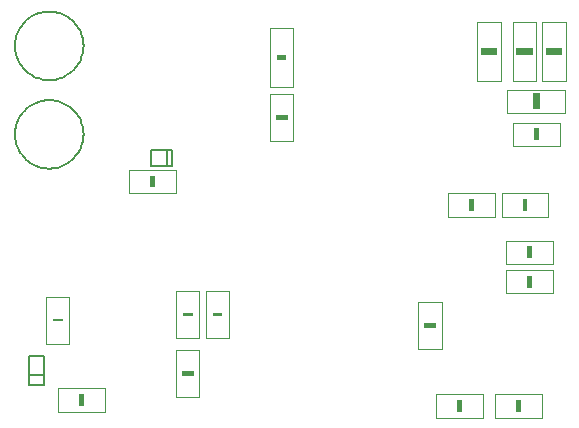
<source format=gbr>
%FSTAX25Y25*%
%MOMM*%
%SFA1B1*%

%IPPOS*%
%ADD43C,0.203200*%
%ADD44C,0.050800*%
%LNdevboard_mechanical_16-1*%
%LPD*%
G36*
X1119987Y1200012D02*
Y1099985D01*
X1080008*
Y1200012*
X1119987*
G37*
G36*
X2050011Y1355308D02*
X1949985D01*
Y1395288*
X2050011*
Y1355308*
G37*
G36*
X0940003Y1815292D02*
X0859993D01*
Y1835307*
X0940003*
Y1815292*
G37*
G36*
X2040003Y1864992D02*
X1959993D01*
Y1885007*
X2040003*
Y1864992*
G37*
G36*
X1680009Y2949986D02*
Y3050011D01*
X1719988*
Y2949986*
X1680009*
G37*
G36*
X2289703Y1865292D02*
X2209693D01*
Y1885307*
X2289703*
Y1865292*
G37*
G36*
X4100012Y1760313D02*
X3999986D01*
Y1800293*
X4100012*
Y1760313*
G37*
G36*
X4280009Y1049985D02*
Y1150012D01*
X4319988*
Y1049985*
X4280009*
G37*
G36*
X2744784Y3561496D02*
X2844812D01*
Y3521516*
X2744784*
Y3561496*
G37*
G36*
X2754792Y4069989D02*
X2834802D01*
Y4030009*
X2754792*
Y4069989*
G37*
G36*
X4780008Y1049985D02*
Y1150012D01*
X4819987*
Y1049985*
X4780008*
G37*
G36*
X4875004Y2099985D02*
Y220001D01*
X4914983*
Y2099985*
X4875004*
G37*
G36*
X4914983Y2450012D02*
Y2349985D01*
X4875004*
Y2450012*
X4914983*
G37*
G36*
X4380009Y2749986D02*
Y2850012D01*
X4419988*
Y2749986*
X4380009*
G37*
G36*
X4835011D02*
Y2850012D01*
X4874991*
Y2749986*
X4835011*
G37*
G36*
X5169999Y4070002D02*
X5029997D01*
Y4129996*
X5169999*
Y4070002*
G37*
G36*
X492D02*
X4779995D01*
Y4129996*
X492*
Y4070002*
G37*
G36*
X462D02*
X4479996D01*
Y4129996*
X462*
Y4070002*
G37*
G36*
X4979995Y3609992D02*
X4920002D01*
Y3749997*
X4979995*
Y3609992*
G37*
G36*
X4969987Y3349985D02*
X4930007D01*
Y345001*
X4969987*
Y3349985*
G37*
G54D43*
X1116995Y3399D02*
D01*
X1116289Y3419228*
X1114173Y3439358*
X1110658Y3459292*
X1105761Y3478931*
X1099505Y3498181*
X1091923Y351695*
X108305Y3535141*
X1072929Y3552672*
X106161Y3569451*
X1049149Y3585403*
X1035606Y3600444*
X1021044Y3614506*
X100554Y3627516*
X0989164Y3639413*
X0971999Y365014*
X0954125Y3659642*
X0935634Y3667876*
X0916614Y3674798*
X0897158Y3680378*
X0877359Y3684584*
X0857316Y3687404*
X0837123Y3688814*
X0816881*
X0796691Y3687404*
X0776645Y3684584*
X0756846Y3680378*
X0737389Y3674798*
X071837Y3667876*
X0699879Y3659642*
X0682007Y365014*
X0664842Y3639413*
X0648467Y3627516*
X063296Y3614506*
X0618401Y3600444*
X0604855Y3585403*
X0592394Y3569451*
X0581075Y3552672*
X0570953Y3535141*
X0562081Y351695*
X0554499Y3498181*
X0548243Y3478931*
X0543346Y3459292*
X0539833Y3439358*
X0537718Y3419228*
X0537011Y3399*
X0537718Y3378771*
X0539833Y3358639*
X0543346Y3338708*
X0548243Y3319066*
X0554499Y3299815*
X0562081Y328105*
X0570953Y3262856*
X0581075Y3245327*
X0592394Y3228545*
X0604855Y3212597*
X0618401Y3197555*
X063296Y3183493*
X0648467Y3170483*
X0664842Y3158586*
X0682007Y314786*
X0699879Y3138355*
X071837Y3130123*
X0737389Y3123201*
X0756846Y3117621*
X0776645Y3113412*
X0796691Y3110595*
X0816881Y3109183*
X0837123*
X0857316Y3110595*
X0877359Y3113412*
X0897158Y3117621*
X0916614Y3123201*
X0935634Y3130123*
X0954125Y3138355*
X0971999Y314786*
X0989164Y3158586*
X100554Y3170483*
X1021044Y3183493*
X1035606Y3197555*
X1049149Y3212597*
X106161Y3228545*
X1072929Y3245327*
X108305Y3262856*
X1091923Y328105*
X1099505Y3299815*
X1105761Y3319066*
X1110658Y3338708*
X1114173Y3358639*
X1116289Y3378771*
X1116995Y3399*
Y4148998D02*
D01*
X1116289Y4169229*
X1114173Y4189359*
X1110658Y4209293*
X1105761Y4228932*
X1099505Y4248183*
X1091923Y4266951*
X108305Y4285142*
X1072929Y4302671*
X106161Y4319452*
X1049149Y4335404*
X1035606Y4350445*
X1021044Y4364504*
X100554Y4377517*
X0989164Y4389414*
X0971999Y4400141*
X0954125Y4409643*
X0935634Y4417875*
X0916614Y4424799*
X0897158Y4430377*
X0877359Y4434586*
X0857316Y4437402*
X0837123Y4438815*
X0816881*
X0796691Y4437402*
X0776645Y4434586*
X0756846Y4430377*
X0737389Y4424799*
X071837Y4417875*
X0699879Y4409643*
X0682007Y4400141*
X0664842Y4389414*
X0648467Y4377517*
X063296Y4364504*
X0618401Y4350445*
X0604855Y4335404*
X0592394Y4319452*
X0581075Y4302671*
X0570953Y4285142*
X0562081Y4266951*
X0554499Y4248183*
X0548243Y4228932*
X0543346Y4209293*
X0539833Y4189359*
X0537718Y4169229*
X0537011Y4148998*
X0537718Y412877*
X0539833Y410864*
X0543346Y4088706*
X0548243Y4069067*
X0554499Y4049816*
X0562081Y4031048*
X0570953Y4012857*
X0581075Y3995328*
X0592394Y3978546*
X0604855Y3962595*
X0618401Y3947553*
X063296Y3933494*
X0648467Y3920482*
X0664842Y3908585*
X0682007Y3897858*
X0699879Y3888356*
X071837Y3880124*
X0737389Y38732*
X0756846Y3867622*
X0776645Y3863413*
X0796691Y3860596*
X0816881Y3859184*
X0837123*
X0857316Y3860596*
X0877359Y3863413*
X0897158Y3867622*
X0916614Y38732*
X0935634Y3880124*
X0954125Y3888356*
X0971999Y3897858*
X0989164Y3908585*
X100554Y3920482*
X1021044Y3933494*
X1035606Y3947553*
X1049149Y3962595*
X106161Y3978546*
X1072929Y3995328*
X108305Y4012857*
X1091923Y4031048*
X1099505Y4049816*
X1105761Y4069067*
X1110658Y4088706*
X1114173Y410864*
X1116289Y412877*
X1116995Y4148998*
X0659698Y1359994D02*
X0779688D01*
X0659698Y1519989D02*
X0779688D01*
Y1359994D02*
Y1519989D01*
Y1280007D02*
Y1359994D01*
X0659698Y1280007D02*
X0779688D01*
X0659698D02*
Y1359994D01*
Y1519989*
X1827016Y3128995D02*
Y3269002D01*
X1687009D02*
X1827016D01*
X1866996*
Y3128995D02*
Y3269002D01*
X1827016Y3128995D02*
X1866996D01*
X1687009D02*
X1827016D01*
X1687009D02*
Y3269002D01*
G54D44*
X4697686Y20517D02*
Y2248296D01*
Y20517D02*
X5092301D01*
Y2248296*
X4697686D02*
X5092301D01*
Y2301699D02*
Y2498295D01*
X4697686D02*
X5092301D01*
X4697686Y2301699D02*
Y2498295D01*
Y2301699D02*
X5092301D01*
X4102691Y1001699D02*
Y1198295D01*
Y1001699D02*
X4497306D01*
Y1198295*
X4102691D02*
X4497306D01*
X460269Y1001699D02*
Y1198295D01*
Y1001699D02*
X4997305D01*
Y1198295*
X460269D02*
X4997305D01*
X4202691Y2701701D02*
Y2898297D01*
Y2701701D02*
X4597306D01*
Y2898297*
X4202691D02*
X4597306D01*
X4657694Y2701701D02*
Y2898297D01*
Y2701701D02*
X5052308D01*
Y2898297*
X4657694D02*
X5052308D01*
X3951701Y1582996D02*
X4148297D01*
Y197761*
X3951701D02*
X4148297D01*
X3951701Y1582996D02*
Y197761D01*
X1502691Y2901701D02*
Y3098297D01*
Y2901701D02*
X1897306D01*
Y3098297*
X1502691D02*
X1897306D01*
X44517Y3852705D02*
X4648296D01*
Y4347293*
X44517D02*
X4648296D01*
X44517Y3852705D02*
Y4347293D01*
X475269Y33017D02*
Y3498296D01*
Y33017D02*
X5147304D01*
Y3498296*
X475269D02*
X5147304D01*
X4751699Y4347293D02*
X4948295D01*
X4751699Y3852705D02*
Y4347293D01*
Y3852705D02*
X4948295D01*
Y4347293*
X5001701Y3852705D02*
X5198297D01*
Y4347293*
X5001701D02*
X5198297D01*
X5001701Y3852705D02*
Y4347293D01*
X4702705Y3581697D02*
Y3778293D01*
Y3581697D02*
X5197292D01*
Y3778293*
X4702705D02*
X5197292D01*
X1297305Y1051699D02*
Y1248295D01*
X090269D02*
X1297305D01*
X090269Y1051699D02*
Y1248295D01*
Y1051699D02*
X1297305D01*
X2696499Y3738813D02*
X2893095D01*
X2696499Y3344199D02*
Y3738813D01*
Y3344199D02*
X2893095D01*
Y3738813*
X2696499Y3802705D02*
X2893095D01*
X2696499Y4297293D02*
X2893095D01*
X2696499Y3802705D02*
Y4297293D01*
X2893095Y3802705D02*
Y4297293D01*
X08017Y2022604D02*
X0998296D01*
X08017Y1627992D02*
X0998296D01*
Y2022604*
X08017Y1627992D02*
Y2022604D01*
X19017Y1177991D02*
X2098296D01*
Y1572605*
X19017D02*
X2098296D01*
X19017Y1177991D02*
Y1572605D01*
Y2072307D02*
X2098296D01*
X19017Y1677692D02*
X2098296D01*
Y2072307*
X19017Y1677692D02*
Y2072307D01*
X21514Y2072606D02*
X2347996D01*
X21514Y1677992D02*
X2347996D01*
Y2072606*
X21514Y1677992D02*
Y2072606D01*
M02*
</source>
